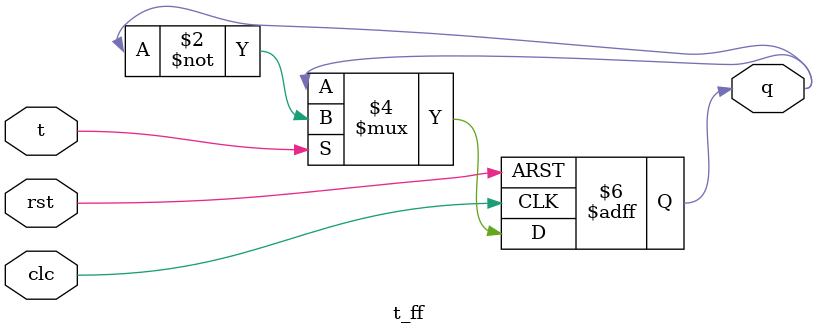
<source format=v>
`timescale 1ns / 1ps



module t_ff(q,t,clc,rst);
input t,clc,rst;
output reg q;
always @ (posedge clc or posedge rst)
begin 
if (rst)
  q=1'b0;
  else
  
  begin
   if (t)
   q=~q;
   else 
      q=q;
      end
  end     
endmodule

</source>
